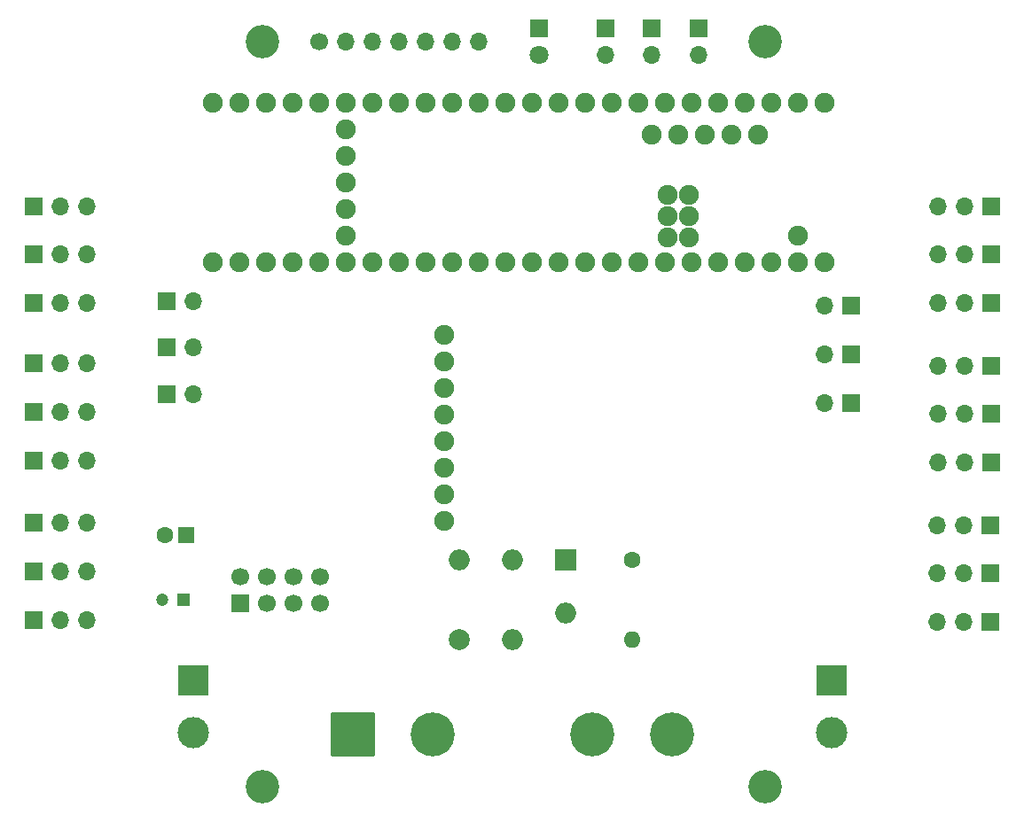
<source format=gbr>
%TF.GenerationSoftware,KiCad,Pcbnew,7.0.8*%
%TF.CreationDate,2025-03-22T19:36:19-04:00*%
%TF.ProjectId,Hexapod PCB KiCad Project,48657861-706f-4642-9050-4342204b6943,rev?*%
%TF.SameCoordinates,Original*%
%TF.FileFunction,Soldermask,Bot*%
%TF.FilePolarity,Negative*%
%FSLAX46Y46*%
G04 Gerber Fmt 4.6, Leading zero omitted, Abs format (unit mm)*
G04 Created by KiCad (PCBNEW 7.0.8) date 2025-03-22 19:36:19*
%MOMM*%
%LPD*%
G01*
G04 APERTURE LIST*
G04 Aperture macros list*
%AMRoundRect*
0 Rectangle with rounded corners*
0 $1 Rounding radius*
0 $2 $3 $4 $5 $6 $7 $8 $9 X,Y pos of 4 corners*
0 Add a 4 corners polygon primitive as box body*
4,1,4,$2,$3,$4,$5,$6,$7,$8,$9,$2,$3,0*
0 Add four circle primitives for the rounded corners*
1,1,$1+$1,$2,$3*
1,1,$1+$1,$4,$5*
1,1,$1+$1,$6,$7*
1,1,$1+$1,$8,$9*
0 Add four rect primitives between the rounded corners*
20,1,$1+$1,$2,$3,$4,$5,0*
20,1,$1+$1,$4,$5,$6,$7,0*
20,1,$1+$1,$6,$7,$8,$9,0*
20,1,$1+$1,$8,$9,$2,$3,0*%
G04 Aperture macros list end*
%ADD10O,1.600000X1.600000*%
%ADD11C,1.600000*%
%ADD12R,1.800000X1.800000*%
%ADD13C,1.800000*%
%ADD14R,1.700000X1.700000*%
%ADD15O,1.700000X1.700000*%
%ADD16C,3.200000*%
%ADD17C,1.904000*%
%ADD18O,2.000000X2.000000*%
%ADD19R,3.000000X3.000000*%
%ADD20C,3.000000*%
%ADD21RoundRect,0.102000X-2.000000X-2.000000X2.000000X-2.000000X2.000000X2.000000X-2.000000X2.000000X0*%
%ADD22C,4.204000*%
%ADD23C,1.700000*%
%ADD24C,1.200000*%
%ADD25R,1.200000X1.200000*%
%ADD26R,1.600000X1.600000*%
%ADD27C,2.000000*%
%ADD28R,2.000000X2.000000*%
G04 APERTURE END LIST*
D10*
%TO.C,R3*%
X154940000Y-123190000D03*
D11*
X154940000Y-115570000D03*
%TD*%
D12*
%TO.C,D2*%
X146050000Y-64770000D03*
D13*
X146050000Y-67310000D03*
%TD*%
D14*
%TO.C,B2*%
X152400000Y-64770000D03*
D15*
X152400000Y-67310000D03*
%TD*%
D16*
%TO.C,H3*%
X167640000Y-137202000D03*
%TD*%
%TO.C,H2*%
X119640000Y-66040000D03*
%TD*%
%TO.C,H4*%
X167640000Y-66039999D03*
%TD*%
D14*
%TO.C,B4*%
X161290000Y-64770000D03*
D15*
X161290000Y-67310000D03*
%TD*%
D17*
%TO.C,U4*%
X137034000Y-94007000D03*
X137034000Y-96547000D03*
X137034000Y-99087000D03*
X137034000Y-101627000D03*
X137034000Y-104167000D03*
X137034000Y-106707000D03*
X137034000Y-109247000D03*
X137034000Y-111787000D03*
%TD*%
D18*
%TO.C,R2*%
X143510000Y-115570000D03*
X143510000Y-123190000D03*
%TD*%
D19*
%TO.C,C4*%
X113030000Y-127080000D03*
D20*
X113030000Y-132080000D03*
%TD*%
D21*
%TO.C,T1*%
X128270000Y-132212500D03*
D22*
X135890000Y-132212500D03*
%TD*%
D16*
%TO.C,H1*%
X119640001Y-137202000D03*
%TD*%
D23*
%TO.C,B1*%
X125095000Y-66040000D03*
D15*
X127635000Y-66040000D03*
X130175000Y-66040000D03*
X132715000Y-66040000D03*
X135255000Y-66040000D03*
X137795000Y-66040000D03*
X140335000Y-66040000D03*
%TD*%
D22*
%TO.C,T2*%
X151130000Y-132212500D03*
X158750000Y-132212500D03*
%TD*%
D24*
%TO.C,C2*%
X110097600Y-119380001D03*
D25*
X112097600Y-119380001D03*
%TD*%
D26*
%TO.C,C1*%
X112395000Y-113125000D03*
D11*
X110395000Y-113125000D03*
%TD*%
D27*
%TO.C,R1*%
X138430000Y-123190000D03*
D18*
X138430000Y-115570000D03*
%TD*%
%TO.C,D1*%
X148590000Y-120650000D03*
D28*
X148590000Y-115570000D03*
%TD*%
D14*
%TO.C,B3*%
X156845000Y-64765000D03*
D15*
X156845000Y-67305000D03*
%TD*%
D20*
%TO.C,C3*%
X173990000Y-132080000D03*
D19*
X173990000Y-127080000D03*
%TD*%
D14*
%TO.C,U3*%
X117565000Y-119680000D03*
D23*
X117565000Y-117140000D03*
X120105000Y-119680000D03*
X120105000Y-117140000D03*
X122645000Y-119680000D03*
X122645000Y-117140000D03*
X125185000Y-119680000D03*
X125185000Y-117140000D03*
%TD*%
D17*
%TO.C,U1*%
X170815000Y-84580000D03*
X173355000Y-87120000D03*
X127635000Y-74420000D03*
X156845000Y-74930000D03*
X159385000Y-74930000D03*
X160385000Y-80670000D03*
X158385000Y-80670000D03*
X158385000Y-84670000D03*
X160385000Y-84670000D03*
X127635000Y-82040000D03*
X127635000Y-84580000D03*
X160385000Y-82670000D03*
X158385000Y-82670000D03*
X127635000Y-79500000D03*
X170815000Y-87120000D03*
X137795000Y-87120000D03*
X173355000Y-71880000D03*
X164465000Y-74930000D03*
X161925000Y-74930000D03*
X135255000Y-87120000D03*
X132715000Y-87120000D03*
X130175000Y-87120000D03*
X127635000Y-87120000D03*
X125095000Y-87120000D03*
X122555000Y-87120000D03*
X120015000Y-87120000D03*
X117475000Y-87120000D03*
X114935000Y-87120000D03*
X114935000Y-71880000D03*
X117475000Y-71880000D03*
X120015000Y-71880000D03*
X122555000Y-71880000D03*
X125095000Y-71880000D03*
X127635000Y-71880000D03*
X130175000Y-71880000D03*
X132715000Y-71880000D03*
X135255000Y-71880000D03*
X165735000Y-87120000D03*
X163195000Y-87120000D03*
X160655000Y-87120000D03*
X158115000Y-87120000D03*
X155575000Y-87120000D03*
X153035000Y-87120000D03*
X150495000Y-87120000D03*
X147955000Y-87120000D03*
X145415000Y-87120000D03*
X142875000Y-87120000D03*
X140335000Y-87120000D03*
X140335000Y-71880000D03*
X142875000Y-71880000D03*
X145415000Y-71880000D03*
X147955000Y-71880000D03*
X150495000Y-71880000D03*
X153035000Y-71880000D03*
X155575000Y-71880000D03*
X167005000Y-74930000D03*
X158115000Y-71880000D03*
X160655000Y-71880000D03*
X127635000Y-76960000D03*
X168275000Y-87120000D03*
X137795000Y-71880000D03*
X163195000Y-71880000D03*
X165735000Y-71880000D03*
X168275000Y-71880000D03*
X170815000Y-71880000D03*
%TD*%
D14*
%TO.C,Cox2*%
X97790000Y-96745001D03*
D15*
X100330000Y-96745001D03*
X102870000Y-96745001D03*
%TD*%
D14*
%TO.C,Cox6*%
X189214980Y-121490001D03*
D15*
X186674980Y-121490001D03*
X184134980Y-121490001D03*
%TD*%
D14*
%TO.C,Tib2*%
X97790000Y-106045001D03*
D15*
X100330000Y-106045001D03*
X102870000Y-106045001D03*
%TD*%
D14*
%TO.C,FS4*%
X175900000Y-91235000D03*
D15*
X173360000Y-91235000D03*
%TD*%
D14*
%TO.C,Cox5*%
X189230001Y-106250000D03*
D15*
X186690001Y-106250000D03*
X184150001Y-106250000D03*
%TD*%
D14*
%TO.C,Tib1*%
X97790001Y-91010000D03*
D15*
X100330001Y-91010000D03*
X102870001Y-91010000D03*
%TD*%
D14*
%TO.C,Fem4*%
X189230000Y-86360000D03*
D15*
X186690000Y-86360000D03*
X184150000Y-86360000D03*
%TD*%
D14*
%TO.C,Fem3*%
X97789999Y-116635000D03*
D15*
X100329999Y-116635000D03*
X102869999Y-116635000D03*
%TD*%
D14*
%TO.C,Tib6*%
X189214997Y-112189999D03*
D15*
X186674997Y-112189999D03*
X184134997Y-112189999D03*
%TD*%
D14*
%TO.C,Fem5*%
X189230000Y-101600000D03*
D15*
X186690000Y-101600000D03*
X184150000Y-101600000D03*
%TD*%
D14*
%TO.C,Cox1*%
X97790001Y-81710000D03*
D15*
X100330001Y-81710000D03*
X102870001Y-81710000D03*
%TD*%
D14*
%TO.C,FS2*%
X110495000Y-95250000D03*
D15*
X113035000Y-95250000D03*
%TD*%
D14*
%TO.C,FS5*%
X175900001Y-95885000D03*
D15*
X173360001Y-95885000D03*
%TD*%
D14*
%TO.C,Cox4*%
X189229992Y-91010010D03*
D15*
X186689992Y-91010010D03*
X184149992Y-91010010D03*
%TD*%
D14*
%TO.C,Fem2*%
X97790001Y-101395000D03*
D15*
X100330001Y-101395000D03*
X102870001Y-101395000D03*
%TD*%
D14*
%TO.C,Tib5*%
X189230001Y-96950000D03*
D15*
X186690001Y-96950000D03*
X184150001Y-96950000D03*
%TD*%
D14*
%TO.C,Fem1*%
X97790000Y-86360000D03*
D15*
X100330000Y-86360000D03*
X102870000Y-86360000D03*
%TD*%
D14*
%TO.C,Cox3*%
X97790000Y-111985000D03*
D15*
X100330000Y-111985000D03*
X102870000Y-111985000D03*
%TD*%
D14*
%TO.C,FS1*%
X110490000Y-90805000D03*
D15*
X113030000Y-90805000D03*
%TD*%
D14*
%TO.C,Tib3*%
X97790000Y-121285000D03*
D15*
X100330000Y-121285000D03*
X102870000Y-121285000D03*
%TD*%
D14*
%TO.C,FS3*%
X110490000Y-99695000D03*
D15*
X113030000Y-99695000D03*
%TD*%
%TO.C,FS6*%
X173360000Y-100535000D03*
D14*
X175900000Y-100535000D03*
%TD*%
%TO.C,Fem6*%
X189215000Y-116840000D03*
D15*
X186675000Y-116840000D03*
X184135000Y-116840000D03*
%TD*%
D14*
%TO.C,Tib4*%
X189230008Y-81710011D03*
D15*
X186690008Y-81710011D03*
X184150008Y-81710011D03*
%TD*%
M02*

</source>
